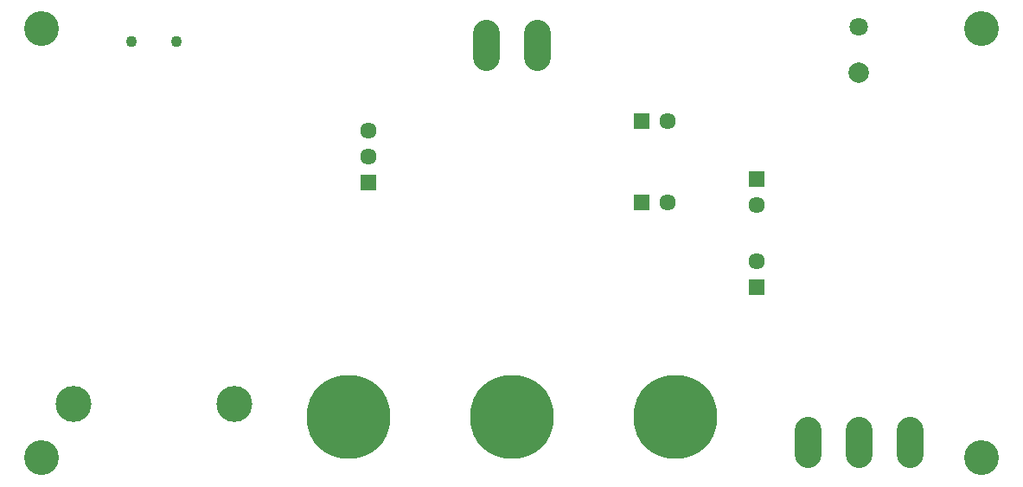
<source format=gbr>
G04 EAGLE Gerber RS-274X export*
G75*
%MOMM*%
%FSLAX34Y34*%
%LPD*%
%INSoldermask Bottom*%
%IPPOS*%
%AMOC8*
5,1,8,0,0,1.08239X$1,22.5*%
G01*
%ADD10C,2.003200*%
%ADD11C,1.803200*%
%ADD12C,1.103200*%
%ADD13C,2.583200*%
%ADD14C,8.203200*%
%ADD15C,3.519200*%
%ADD16C,3.403200*%
%ADD17R,1.612800X1.612800*%
%ADD18C,1.612800*%


D10*
X840000Y417250D03*
D11*
X840000Y462250D03*
D12*
X172000Y447500D03*
X128000Y447500D03*
D13*
X475000Y456400D02*
X475000Y432600D01*
X525000Y432600D02*
X525000Y456400D01*
D14*
X660000Y80000D03*
X500000Y80000D03*
X340000Y80000D03*
D13*
X840000Y67400D02*
X840000Y43600D01*
X790000Y43600D02*
X790000Y67400D01*
X890000Y67400D02*
X890000Y43600D01*
D15*
X71500Y92500D03*
X228500Y92500D03*
D16*
X40000Y40000D03*
X960000Y40000D03*
X960000Y460000D03*
X40000Y460000D03*
D17*
X740000Y312700D03*
D18*
X740000Y287300D03*
D17*
X740000Y207300D03*
D18*
X740000Y232700D03*
D17*
X360000Y310000D03*
D18*
X360000Y335400D03*
X360000Y360800D03*
D17*
X627300Y370000D03*
D18*
X652700Y370000D03*
D17*
X627300Y290000D03*
D18*
X652700Y290000D03*
M02*

</source>
